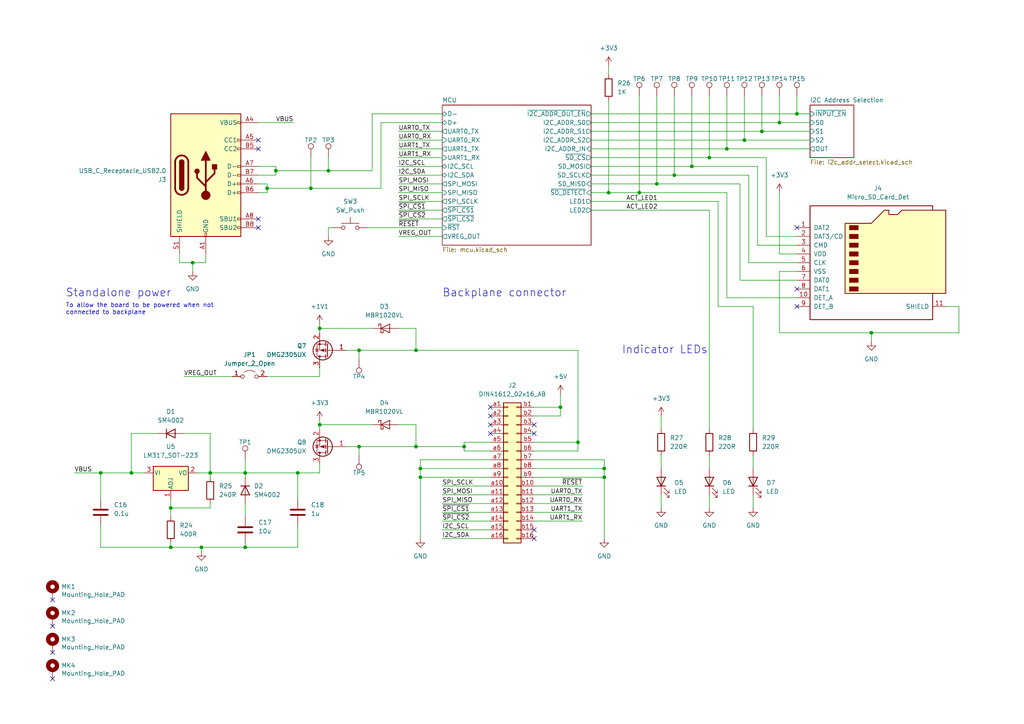
<source format=kicad_sch>
(kicad_sch (version 20211123) (generator eeschema)
  (paper "A4")
  (title_block (title "RP2040/Pico Main Control Board") (date "2022-11-20") (rev "0.2") (company "Sidings Media") (comment 1 "Licence: CERN-OHL-P-2.0 or any later version"))
  (lib_symbols
    (symbol "Connector:DIN41612_02x16_AB" (pin_names (offset 1.016) hide)
      (property "Reference" "J" (at 1.27 20.32 0))
      (property "Value" "DIN41612_02x16_AB" (at 1.27 -22.86 0))
      (symbol "DIN41612_02x16_AB_1_1"
        (rectangle (start -1.27 -20.193) (end 0 -20.447) (stroke (width 0.1524)))
        (rectangle (start -1.27 -17.653) (end 0 -17.907) (stroke (width 0.1524)))
        (rectangle (start -1.27 -15.113) (end 0 -15.367) (stroke (width 0.1524)))
        (rectangle (start -1.27 -12.573) (end 0 -12.827) (stroke (width 0.1524)))
        (rectangle (start -1.27 -10.033) (end 0 -10.287) (stroke (width 0.1524)))
        (rectangle (start -1.27 -7.493) (end 0 -7.747) (stroke (width 0.1524)))
        (rectangle (start -1.27 -4.953) (end 0 -5.207) (stroke (width 0.1524)))
        (rectangle (start -1.27 -2.413) (end 0 -2.667) (stroke (width 0.1524)))
        (rectangle (start -1.27 0.127) (end 0 -0.127) (stroke (width 0.1524)))
        (rectangle (start -1.27 2.667) (end 0 2.413) (stroke (width 0.1524)))
        (rectangle (start -1.27 5.207) (end 0 4.953) (stroke (width 0.1524)))
        (rectangle (start -1.27 7.747) (end 0 7.493) (stroke (width 0.1524)))
        (rectangle (start -1.27 10.287) (end 0 10.033) (stroke (width 0.1524)))
        (rectangle (start -1.27 12.827) (end 0 12.573) (stroke (width 0.1524)))
        (rectangle (start -1.27 15.367) (end 0 15.113) (stroke (width 0.1524)))
        (rectangle (start -1.27 17.907) (end 0 17.653) (stroke (width 0.1524)))
        (rectangle (start -1.27 19.05) (end 3.81 -21.59) (stroke (width 0.254)) (fill (type background)))
        (rectangle (start 3.81 -20.193) (end 2.54 -20.447) (stroke (width 0.1524)))
        (rectangle (start 3.81 -17.653) (end 2.54 -17.907) (stroke (width 0.1524)))
        (rectangle (start 3.81 -15.113) (end 2.54 -15.367) (stroke (width 0.1524)))
        (rectangle (start 3.81 -12.573) (end 2.54 -12.827) (stroke (width 0.1524)))
        (rectangle (start 3.81 -10.033) (end 2.54 -10.287) (stroke (width 0.1524)))
        (rectangle (start 3.81 -7.493) (end 2.54 -7.747) (stroke (width 0.1524)))
        (rectangle (start 3.81 -4.953) (end 2.54 -5.207) (stroke (width 0.1524)))
        (rectangle (start 3.81 -2.413) (end 2.54 -2.667) (stroke (width 0.1524)))
        (rectangle (start 3.81 0.127) (end 2.54 -0.127) (stroke (width 0.1524)))
        (rectangle (start 3.81 2.667) (end 2.54 2.413) (stroke (width 0.1524)))
        (rectangle (start 3.81 5.207) (end 2.54 4.953) (stroke (width 0.1524)))
        (rectangle (start 3.81 7.747) (end 2.54 7.493) (stroke (width 0.1524)))
        (rectangle (start 3.81 10.287) (end 2.54 10.033) (stroke (width 0.1524)))
        (rectangle (start 3.81 12.827) (end 2.54 12.573) (stroke (width 0.1524)))
        (rectangle (start 3.81 15.367) (end 2.54 15.113) (stroke (width 0.1524)))
        (rectangle (start 3.81 17.907) (end 2.54 17.653) (stroke (width 0.1524)))
        (pin passive line (at -5.08 17.78 0) (length 3.81) (name "Pin_a1") (number "a1"))
        (pin passive line (at -5.08 -5.08 0) (length 3.81) (name "Pin_a10") (number "a10"))
        (pin passive line (at -5.08 -7.62 0) (length 3.81) (name "Pin_a11") (number "a11"))
        (pin passive line (at -5.08 -10.16 0) (length 3.81) (name "Pin_a12") (number "a12"))
        (pin passive line (at -5.08 -12.7 0) (length 3.81) (name "Pin_a13") (number "a13"))
        (pin passive line (at -5.08 -15.24 0) (length 3.81) (name "Pin_a14") (number "a14"))
        (pin passive line (at -5.08 -17.78 0) (length 3.81) (name "Pin_a15") (number "a15"))
        (pin passive line (at -5.08 -20.32 0) (length 3.81) (name "Pin_a16") (number "a16"))
        (pin passive line (at -5.08 15.24 0) (length 3.81) (name "Pin_a2") (number "a2"))
        (pin passive line (at -5.08 12.7 0) (length 3.81) (name "Pin_a3") (number "a3"))
        (pin passive line (at -5.08 10.16 0) (length 3.81) (name "Pin_a4") (number "a4"))
        (pin passive line (at -5.08 7.62 0) (length 3.81) (name "Pin_a5") (number "a5"))
        (pin passive line (at -5.08 5.08 0) (length 3.81) (name "Pin_a6") (number "a6"))
        (pin passive line (at -5.08 2.54 0) (length 3.81) (name "Pin_a7") (number "a7"))
        (pin passive line (at -5.08 0 0) (length 3.81) (name "Pin_a8") (number "a8"))
        (pin passive line (at -5.08 -2.54 0) (length 3.81) (name "Pin_a9") (number "a9"))
        (pin passive line (at 7.62 17.78 180) (length 3.81) (name "Pin_b1") (number "b1"))
        (pin passive line (at 7.62 -5.08 180) (length 3.81) (name "Pin_b10") (number "b10"))
        (pin passive line (at 7.62 -7.62 180) (length 3.81) (name "Pin_b11") (number "b11"))
        (pin passive line (at 7.62 -10.16 180) (length 3.81) (name "Pin_b12") (number "b12"))
        (pin passive line (at 7.62 -12.7 180) (length 3.81) (name "Pin_b13") (number "b13"))
        (pin passive line (at 7.62 -15.24 180) (length 3.81) (name "Pin_b14") (number "b14"))
        (pin passive line (at 7.62 -17.78 180) (length 3.81) (name "Pin_b15") (number "b15"))
        (pin passive line (at 7.62 -20.32 180) (length 3.81) (name "Pin_b16") (number "b16"))
        (pin passive line (at 7.62 15.24 180) (length 3.81) (name "Pin_b2") (number "b2"))
        (pin passive line (at 7.62 12.7 180) (length 3.81) (name "Pin_b3") (number "b3"))
        (pin passive line (at 7.62 10.16 180) (length 3.81) (name "Pin_b4") (number "b4"))
        (pin passive line (at 7.62 7.62 180) (length 3.81) (name "Pin_b5") (number "b5"))
        (pin passive line (at 7.62 5.08 180) (length 3.81) (name "Pin_b6") (number "b6"))
        (pin passive line (at 7.62 2.54 180) (length 3.81) (name "Pin_b7") (number "b7"))
        (pin passive line (at 7.62 0 180) (length 3.81) (name "Pin_b8") (number "b8"))
        (pin passive line (at 7.62 -2.54 180) (length 3.81) (name "Pin_b9") (number "b9"))
      )
    )
    (symbol "Connector:Micro_SD_Card_Det" (pin_names (offset 1.016))
      (property "Reference" "J" (at -16.51 17.78 0))
      (property "Value" "Micro_SD_Card_Det" (at 16.51 17.78 0))
      (symbol "Micro_SD_Card_Det_0_1"
        (rectangle (start -7.62 -6.985) (end -5.08 -8.255) (fill (type outline)))
        (rectangle (start -7.62 -4.445) (end -5.08 -5.715) (fill (type outline)))
        (rectangle (start -7.62 -1.905) (end -5.08 -3.175) (fill (type outline)))
        (rectangle (start -7.62 0.635) (end -5.08 -0.635) (fill (type outline)))
        (rectangle (start -7.62 3.175) (end -5.08 1.905) (fill (type outline)))
        (rectangle (start -7.62 5.715) (end -5.08 4.445) (fill (type outline)))
        (rectangle (start -7.62 8.255) (end -5.08 6.985) (fill (type outline)))
        (rectangle (start -7.62 10.795) (end -5.08 9.525) (fill (type outline)))
        (polyline (pts (xy 16.51 15.24) (xy 16.51 16.51) (xy -19.05 16.51) (xy -19.05 -16.51) (xy 16.51 -16.51) (xy 16.51 -8.89)) (stroke (width 0.254)))
        (polyline (pts (xy -8.89 -8.89) (xy -8.89 11.43) (xy -1.27 11.43) (xy 2.54 15.24) (xy 3.81 15.24) (xy 3.81 13.97) (xy 6.35 13.97) (xy 7.62 15.24) (xy 20.32 15.24) (xy 20.32 -8.89) (xy -8.89 -8.89)) (stroke (width 0.254)) (fill (type background)))
      )
      (symbol "Micro_SD_Card_Det_1_1"
        (pin bidirectional line (at -22.86 10.16 0) (length 3.81) (name "DAT2") (number "1"))
        (pin passive line (at -22.86 -10.16 0) (length 3.81) (name "DET_A") (number "10"))
        (pin passive line (at 20.32 -12.7 180) (length 3.81) (name "SHIELD") (number "11"))
        (pin bidirectional line (at -22.86 7.62 0) (length 3.81) (name "DAT3/CD") (number "2"))
        (pin input line (at -22.86 5.08 0) (length 3.81) (name "CMD") (number "3"))
        (pin power_in line (at -22.86 2.54 0) (length 3.81) (name "VDD") (number "4"))
        (pin input line (at -22.86 0 0) (length 3.81) (name "CLK") (number "5"))
        (pin power_in line (at -22.86 -2.54 0) (length 3.81) (name "VSS") (number "6"))
        (pin bidirectional line (at -22.86 -5.08 0) (length 3.81) (name "DAT0") (number "7"))
        (pin bidirectional line (at -22.86 -7.62 0) (length 3.81) (name "DAT1") (number "8"))
        (pin passive line (at -22.86 -12.7 0) (length 3.81) (name "DET_B") (number "9"))
      )
    )
    (symbol "Connector:TestPoint" (pin_numbers hide) (pin_names (offset 0.762) hide)
      (property "Reference" "TP" (at 0 6.858 0))
      (property "Value" "TestPoint" (at 0 5.08 0))
      (symbol "TestPoint_0_1"
        (circle (center 0 3.302) (radius 0.762))
      )
      (symbol "TestPoint_1_1"
        (pin passive line (at 0 0 90) (length 2.54) (name "1") (number "1"))
      )
    )
    (symbol "Connector:USB_C_Receptacle_USB2.0" (pin_names (offset 1.016))
      (property "Reference" "J" (at -10.16 19.05 0))
      (property "Value" "USB_C_Receptacle_USB2.0" (at 19.05 19.05 0))
      (symbol "USB_C_Receptacle_USB2.0_0_0"
        (rectangle (start -0.254 -17.78) (end 0.254 -16.764))
        (rectangle (start 10.16 -14.986) (end 9.144 -15.494))
        (rectangle (start 10.16 -12.446) (end 9.144 -12.954))
        (rectangle (start 10.16 -4.826) (end 9.144 -5.334))
        (rectangle (start 10.16 -2.286) (end 9.144 -2.794))
        (rectangle (start 10.16 0.254) (end 9.144 -0.254))
        (rectangle (start 10.16 2.794) (end 9.144 2.286))
        (rectangle (start 10.16 7.874) (end 9.144 7.366))
        (rectangle (start 10.16 10.414) (end 9.144 9.906))
        (rectangle (start 10.16 15.494) (end 9.144 14.986))
      )
      (symbol "USB_C_Receptacle_USB2.0_0_1"
        (rectangle (start -10.16 17.78) (end 10.16 -17.78) (stroke (width 0.254)) (fill (type background)))
        (arc (start -8.89 -3.81) (mid -6.985 -5.715) (end -5.08 -3.81) (stroke (width 0.508)))
        (arc (start -7.62 -3.81) (mid -6.985 -4.445) (end -6.35 -3.81) (stroke (width 0.254)))
        (arc (start -7.62 -3.81) (mid -6.985 -4.445) (end -6.35 -3.81) (stroke (width 0.254)) (fill (type outline)))
        (rectangle (start -7.62 -3.81) (end -6.35 3.81) (stroke (width 0.254)) (fill (type outline)))
        (arc (start -6.35 3.81) (mid -6.985 4.445) (end -7.62 3.81) (stroke (width 0.254)))
        (arc (start -6.35 3.81) (mid -6.985 4.445) (end -7.62 3.81) (stroke (width 0.254)) (fill (type outline)))
        (arc (start -5.08 3.81) (mid -6.985 5.715) (end -8.89 3.81) (stroke (width 0.508)))
        (circle (center -2.54 1.143) (radius 0.635) (stroke (width 0.254)) (fill (type outline)))
        (circle (center 0 -5.842) (radius 1.27) (fill (type outline)))
        (polyline (pts (xy -8.89 -3.81) (xy -8.89 3.81)) (stroke (width 0.508)))
        (polyline (pts (xy -5.08 3.81) (xy -5.08 -3.81)) (stroke (width 0.508)))
        (polyline (pts (xy 0 -5.842) (xy 0 4.318)) (stroke (width 0.508)))
        (polyline (pts (xy 0 -3.302) (xy -2.54 -0.762) (xy -2.54 0.508)) (stroke (width 0.508)))
        (polyline (pts (xy 0 -2.032) (xy 2.54 0.508) (xy 2.54 1.778)) (stroke (width 0.508)))
        (polyline (pts (xy -1.27 4.318) (xy 0 6.858) (xy 1.27 4.318) (xy -1.27 4.318)) (stroke (width 0.254)) (fill (type outline)))
        (rectangle (start 1.905 1.778) (end 3.175 3.048) (stroke (width 0.254)) (fill (type outline)))
      )
      (symbol "USB_C_Receptacle_USB2.0_1_1"
        (pin passive line (at 0 -22.86 90) (length 5.08) (name "GND") (number "A1"))
        (pin passive line (at 0 -22.86 90) (length 5.08) hide (name "GND") (number "A12"))
        (pin passive line (at 15.24 15.24 180) (length 5.08) (name "VBUS") (number "A4"))
        (pin bidirectional line (at 15.24 10.16 180) (length 5.08) (name "CC1") (number "A5"))
        (pin bidirectional line (at 15.24 -2.54 180) (length 5.08) (name "D+") (number "A6"))
        (pin bidirectional line (at 15.24 2.54 180) (length 5.08) (name "D-") (number "A7"))
        (pin bidirectional line (at 15.24 -12.7 180) (length 5.08) (name "SBU1") (number "A8"))
        (pin passive line (at 15.24 15.24 180) (length 5.08) hide (name "VBUS") (number "A9"))
        (pin passive line (at 0 -22.86 90) (length 5.08) hide (name "GND") (number "B1"))
        (pin passive line (at 0 -22.86 90) (length 5.08) hide (name "GND") (number "B12"))
        (pin passive line (at 15.24 15.24 180) (length 5.08) hide (name "VBUS") (number "B4"))
        (pin bidirectional line (at 15.24 7.62 180) (length 5.08) (name "CC2") (number "B5"))
        (pin bidirectional line (at 15.24 -5.08 180) (length 5.08) (name "D+") (number "B6"))
        (pin bidirectional line (at 15.24 0 180) (length 5.08) (name "D-") (number "B7"))
        (pin bidirectional line (at 15.24 -15.24 180) (length 5.08) (name "SBU2") (number "B8"))
        (pin passive line (at 15.24 15.24 180) (length 5.08) hide (name "VBUS") (number "B9"))
        (pin passive line (at -7.62 -22.86 90) (length 5.08) (name "SHIELD") (number "S1"))
      )
    )
    (symbol "Device:C" (pin_numbers hide) (pin_names (offset 0.254))
      (property "Reference" "C" (at 0.635 2.54 0))
      (property "Value" "C" (at 0.635 -2.54 0))
      (symbol "C_0_1"
        (polyline (pts (xy -2.032 -0.762) (xy 2.032 -0.762)) (stroke (width 0.508)))
        (polyline (pts (xy -2.032 0.762) (xy 2.032 0.762)) (stroke (width 0.508)))
      )
      (symbol "C_1_1"
        (pin passive line (at 0 3.81 270) (length 2.794) (name "~") (number "1"))
        (pin passive line (at 0 -3.81 90) (length 2.794) (name "~") (number "2"))
      )
    )
    (symbol "Device:LED" (pin_numbers hide) (pin_names (offset 1.016) hide)
      (property "Reference" "D" (at 0 2.54 0))
      (property "Value" "LED" (at 0 -2.54 0))
      (symbol "LED_0_1"
        (polyline (pts (xy -1.27 -1.27) (xy -1.27 1.27)) (stroke (width 0.254)))
        (polyline (pts (xy -1.27 0) (xy 1.27 0)))
        (polyline (pts (xy 1.27 -1.27) (xy 1.27 1.27) (xy -1.27 0) (xy 1.27 -1.27)) (stroke (width 0.254)))
        (polyline (pts (xy -3.048 -0.762) (xy -4.572 -2.286) (xy -3.81 -2.286) (xy -4.572 -2.286) (xy -4.572 -1.524)))
        (polyline (pts (xy -1.778 -0.762) (xy -3.302 -2.286) (xy -2.54 -2.286) (xy -3.302 -2.286) (xy -3.302 -1.524)))
      )
      (symbol "LED_1_1"
        (pin passive line (at -3.81 0 0) (length 2.54) (name "K") (number "1"))
        (pin passive line (at 3.81 0 180) (length 2.54) (name "A") (number "2"))
      )
    )
    (symbol "Device:R" (pin_numbers hide) (pin_names (offset 0))
      (property "Reference" "R" (at 2.032 0 90))
      (property "Value" "R" (at 0 0 90))
      (symbol "R_0_1"
        (rectangle (start -1.016 -2.54) (end 1.016 2.54) (stroke (width 0.254)))
      )
      (symbol "R_1_1"
        (pin passive line (at 0 3.81 270) (length 1.27) (name "~") (number "1"))
        (pin passive line (at 0 -3.81 90) (length 1.27) (name "~") (number "2"))
      )
    )
    (symbol "Diode:MBR1020VL" (pin_numbers hide) (pin_names hide)
      (property "Reference" "D" (at 0 2.54 0))
      (property "Value" "MBR1020VL" (at 0 -2.54 0))
      (symbol "MBR1020VL_0_1"
        (polyline (pts (xy 1.27 0) (xy -1.27 0)))
        (polyline (pts (xy 1.27 1.27) (xy 1.27 -1.27) (xy -1.27 0) (xy 1.27 1.27)) (stroke (width 0.2032)))
        (polyline (pts (xy -1.905 0.635) (xy -1.905 1.27) (xy -1.27 1.27) (xy -1.27 -1.27) (xy -0.635 -1.27) (xy -0.635 -0.635)) (stroke (width 0.2032)))
      )
      (symbol "MBR1020VL_1_1"
        (pin passive line (at -3.81 0 0) (length 2.54) (name "K") (number "1"))
        (pin passive line (at 3.81 0 180) (length 2.54) (name "A") (number "2"))
      )
    )
    (symbol "Diode:SM4002" (pin_numbers hide) (pin_names (offset 1.016) hide)
      (property "Reference" "D" (at 0 2.54 0))
      (property "Value" "SM4002" (at 0 -2.54 0))
      (symbol "SM4002_0_1"
        (polyline (pts (xy -1.27 1.27) (xy -1.27 -1.27)) (stroke (width 0.254)))
        (polyline (pts (xy 1.27 0) (xy -1.27 0)))
        (polyline (pts (xy 1.27 1.27) (xy 1.27 -1.27) (xy -1.27 0) (xy 1.27 1.27)) (stroke (width 0.254)))
      )
      (symbol "SM4002_1_1"
        (pin passive line (at -3.81 0 0) (length 2.54) (name "K") (number "1"))
        (pin passive line (at 3.81 0 180) (length 2.54) (name "A") (number "2"))
      )
    )
    (symbol "EuroCard160mmX100mm_holes:Mounting_Hole_PAD-Mechanical" (pin_numbers hide) (pin_names (offset 1.016) hide)
      (property "Reference" "MK" (at 0 6.35 0))
      (property "Value" "Mounting_Hole_PAD-Mechanical" (at 0 4.445 0))
      (symbol "Mounting_Hole_PAD-Mechanical_0_1"
        (circle (center 0 1.27) (radius 1.27) (stroke (width 1.27)))
      )
      (symbol "Mounting_Hole_PAD-Mechanical_1_1"
        (pin input line (at 0 -2.54 90) (length 2.54) (name "1") (number "1"))
      )
    )
    (symbol "Jumper:Jumper_2_Open" (pin_names (offset 0) hide)
      (property "Reference" "JP" (at 0 2.794 0))
      (property "Value" "Jumper_2_Open" (at 0 -2.286 0))
      (symbol "Jumper_2_Open_0_0"
        (circle (center -2.032 0) (radius 0.508))
        (circle (center 2.032 0) (radius 0.508))
      )
      (symbol "Jumper_2_Open_0_1"
        (arc (start 1.524 1.27) (mid 0 1.778) (end -1.524 1.27))
      )
      (symbol "Jumper_2_Open_1_1"
        (pin passive line (at -5.08 0 0) (length 2.54) (name "A") (number "1"))
        (pin passive line (at 5.08 0 180) (length 2.54) (name "B") (number "2"))
      )
    )
    (symbol "Regulator_Linear:LM317_SOT-223" (pin_names (offset 0.254))
      (property "Reference" "U" (at -3.81 3.175 0))
      (property "Value" "LM317_SOT-223" (at 0 3.175 0))
      (symbol "LM317_SOT-223_0_1"
        (rectangle (start -5.08 1.905) (end 5.08 -5.08) (stroke (width 0.254)) (fill (type background)))
      )
      (symbol "LM317_SOT-223_1_1"
        (pin input line (at 0 -7.62 90) (length 2.54) (name "ADJ") (number "1"))
        (pin power_out line (at 7.62 0 180) (length 2.54) (name "VO") (number "2"))
        (pin power_in line (at -7.62 0 0) (length 2.54) (name "VI") (number "3"))
      )
    )
    (symbol "Switch:SW_Push" (pin_numbers hide) (pin_names (offset 1.016) hide)
      (property "Reference" "SW" (at 1.27 2.54 0))
      (property "Value" "SW_Push" (at 0 -1.524 0))
      (symbol "SW_Push_0_1"
        (circle (center -2.032 0) (radius 0.508))
        (polyline (pts (xy 0 1.27) (xy 0 3.048)))
        (polyline (pts (xy 2.54 1.27) (xy -2.54 1.27)))
        (circle (center 2.032 0) (radius 0.508))
        (pin passive line (at -5.08 0 0) (length 2.54) (name "1") (number "1"))
        (pin passive line (at 5.08 0 180) (length 2.54) (name "2") (number "2"))
      )
    )
    (symbol "Transistor_FET:DMG2301L" (pin_names hide)
      (property "Reference" "Q" (at 5.08 1.905 0))
      (property "Value" "DMG2301L" (at 5.08 0 0))
      (symbol "DMG2301L_0_1"
        (polyline (pts (xy 0.254 0) (xy -2.54 0)))
        (polyline (pts (xy 0.254 1.905) (xy 0.254 -1.905)) (stroke (width 0.254)))
        (polyline (pts (xy 0.762 -1.27) (xy 0.762 -2.286)) (stroke (width 0.254)))
        (polyline (pts (xy 0.762 0.508) (xy 0.762 -0.508)) (stroke (width 0.254)))
        (polyline (pts (xy 0.762 2.286) (xy 0.762 1.27)) (stroke (width 0.254)))
        (polyline (pts (xy 2.54 2.54) (xy 2.54 1.778)))
        (polyline (pts (xy 2.54 -2.54) (xy 2.54 0) (xy 0.762 0)))
        (polyline (pts (xy 0.762 1.778) (xy 3.302 1.778) (xy 3.302 -1.778) (xy 0.762 -1.778)))
        (polyline (pts (xy 2.286 0) (xy 1.27 0.381) (xy 1.27 -0.381) (xy 2.286 0)) (fill (type outline)))
        (polyline (pts (xy 2.794 -0.508) (xy 2.921 -0.381) (xy 3.683 -0.381) (xy 3.81 -0.254)))
        (polyline (pts (xy 3.302 -0.381) (xy 2.921 0.254) (xy 3.683 0.254) (xy 3.302 -0.381)))
        (circle (center 1.651 0) (radius 2.794) (stroke (width 0.254)))
        (circle (center 2.54 -1.778) (radius 0.254) (fill (type outline)))
        (circle (center 2.54 1.778) (radius 0.254) (fill (type outline)))
      )
      (symbol "DMG2301L_1_1"
        (pin input line (at -5.08 0 0) (length 2.54) (name "G") (number "1"))
        (pin passive line (at 2.54 -5.08 90) (length 2.54) (name "S") (number "2"))
        (pin passive line (at 2.54 5.08 270) (length 2.54) (name "D") (number "3"))
      )
    )
    (symbol "power:+1V1" (power) (pin_names (offset 0))
      (property "Value" "+1V1" (at 0 3.556 0))
      (symbol "+1V1_0_1"
        (polyline (pts (xy -0.762 1.27) (xy 0 2.54)))
        (polyline (pts (xy 0 0) (xy 0 2.54)))
        (polyline (pts (xy 0 2.54) (xy 0.762 1.27)))
      )
      (symbol "+1V1_1_1"
        (pin power_in line (at 0 0 90) (length 0) hide (name "+1V1") (number "1"))
      )
    )
    (symbol "power:+3V3" (power) (pin_names (offset 0))
      (property "Value" "+3V3" (at 0 3.556 0))
      (symbol "+3V3_0_1"
        (polyline (pts (xy -0.762 1.27) (xy 0 2.54)))
        (polyline (pts (xy 0 0) (xy 0 2.54)))
        (polyline (pts (xy 0 2.54) (xy 0.762 1.27)))
      )
      (symbol "+3V3_1_1"
        (pin power_in line (at 0 0 90) (length 0) hide (name "+3V3") (number "1"))
      )
    )
    (symbol "power:+5V" (power) (pin_names (offset 0))
      (property "Value" "+5V" (at 0 3.556 0))
      (symbol "+5V_0_1"
        (polyline (pts (xy -0.762 1.27) (xy 0 2.54)))
        (polyline (pts (xy 0 0) (xy 0 2.54)))
        (polyline (pts (xy 0 2.54) (xy 0.762 1.27)))
      )
      (symbol "+5V_1_1"
        (pin power_in line (at 0 0 90) (length 0) hide (name "+5V") (number "1"))
      )
    )
    (symbol "power:GND" (power) (pin_names (offset 0))
      (property "Value" "GND" (at 0 -3.81 0))
      (symbol "GND_0_1"
        (polyline (pts (xy 0 0) (xy 0 -1.27) (xy 1.27 -1.27) (xy 0 -2.54) (xy -1.27 -1.27) (xy 0 -1.27)))
      )
      (symbol "GND_1_1"
        (pin power_in line (at 0 0 270) (length 0) hide (name "GND") (number "1"))
      )
    )
  )
  (junction (at 252.73 96.52))
  (junction (at 77.47 54.61))
  (junction (at 205.74 45.72))
  (junction (at 55.88 76.2))
  (junction (at 49.53 158.75))
  (junction (at 92.71 95.25))
  (junction (at 71.12 137.16))
  (junction (at 86.36 137.16))
  (junction (at 90.17 54.61))
  (junction (at 200.66 48.26))
  (junction (at 231.14 33.02))
  (junction (at 92.71 123.19))
  (junction (at 190.5 53.34))
  (junction (at 49.53 147.32))
  (junction (at 226.06 35.56))
  (junction (at 195.58 50.8))
  (junction (at 38.1 137.16))
  (junction (at 29.21 137.16))
  (junction (at 215.9 40.64))
  (junction (at 220.98 38.1))
  (junction (at 121.92 135.89))
  (junction (at 121.92 138.43))
  (junction (at 104.14 129.54))
  (junction (at 120.65 101.6))
  (junction (at 185.42 55.88))
  (junction (at 80.01 49.53))
  (junction (at 162.56 118.11))
  (junction (at 60.96 137.16))
  (junction (at 175.26 135.89))
  (junction (at 176.53 55.88))
  (junction (at 120.65 129.54))
  (junction (at 134.62 129.54))
  (junction (at 167.64 128.27))
  (junction (at 210.82 43.18))
  (junction (at 71.12 158.75))
  (junction (at 175.26 138.43))
  (junction (at 104.14 101.6))
  (junction (at 95.25 49.53))
  (junction (at 58.42 158.75))
  (no_connect (at 231.14 66.04))
  (no_connect (at 231.14 83.82))
  (no_connect (at 15.24 196.85))
  (no_connect (at 15.24 181.61))
  (no_connect (at 142.24 125.73))
  (no_connect (at 142.24 118.11))
  (no_connect (at 142.24 123.19))
  (no_connect (at 154.94 125.73))
  (no_connect (at 142.24 120.65))
  (no_connect (at 154.94 123.19))
  (no_connect (at 74.93 40.64))
  (no_connect (at 74.93 66.04))
  (no_connect (at 15.24 189.23))
  (no_connect (at 154.94 153.67))
  (no_connect (at 154.94 156.21))
  (no_connect (at 74.93 63.5))
  (no_connect (at 74.93 43.18))
  (no_connect (at 231.14 88.9))
  (no_connect (at 15.24 173.99))
  (wire (pts (xy 49.53 147.32) (xy 49.53 149.86)))
  (wire (pts (xy 205.74 143.51) (xy 205.74 147.32)))
  (wire (pts (xy 110.49 35.56) (xy 128.27 35.56)))
  (wire (pts (xy 231.14 71.12) (xy 219.71 71.12)))
  (wire (pts (xy 121.92 135.89) (xy 142.24 135.89)))
  (wire (pts (xy 231.14 76.2) (xy 217.17 76.2)))
  (wire (pts (xy 128.27 143.51) (xy 142.24 143.51)))
  (wire (pts (xy 115.57 58.42) (xy 128.27 58.42)))
  (wire (pts (xy 208.28 58.42) (xy 208.28 88.9)))
  (wire (pts (xy 205.74 132.08) (xy 205.74 135.89)))
  (wire (pts (xy 115.57 123.19) (xy 120.65 123.19)))
  (wire (pts (xy 176.53 55.88) (xy 185.42 55.88)))
  (wire (pts (xy 128.27 151.13) (xy 142.24 151.13)))
  (wire (pts (xy 154.94 130.81) (xy 167.64 130.81)))
  (wire (pts (xy 142.24 130.81) (xy 134.62 130.81)))
  (wire (pts (xy 85.09 35.56) (xy 74.93 35.56)))
  (wire (pts (xy 215.9 27.94) (xy 215.9 40.64)))
  (wire (pts (xy 205.74 45.72) (xy 171.45 45.72)))
  (wire (pts (xy 128.27 153.67) (xy 142.24 153.67)))
  (wire (pts (xy 162.56 114.3) (xy 162.56 118.11)))
  (wire (pts (xy 176.53 55.88) (xy 171.45 55.88)))
  (wire (pts (xy 104.14 129.54) (xy 120.65 129.54)))
  (wire (pts (xy 74.93 50.8) (xy 80.01 50.8)))
  (wire (pts (xy 121.92 135.89) (xy 121.92 133.35)))
  (wire (pts (xy 106.68 66.04) (xy 128.27 66.04)))
  (wire (pts (xy 90.17 45.72) (xy 90.17 54.61)))
  (wire (pts (xy 77.47 53.34) (xy 77.47 54.61)))
  (wire (pts (xy 74.93 48.26) (xy 80.01 48.26)))
  (wire (pts (xy 120.65 101.6) (xy 167.64 101.6)))
  (wire (pts (xy 219.71 71.12) (xy 219.71 48.26)))
  (wire (pts (xy 49.53 157.48) (xy 49.53 158.75)))
  (wire (pts (xy 175.26 138.43) (xy 175.26 156.21)))
  (wire (pts (xy 115.57 63.5) (xy 128.27 63.5)))
  (wire (pts (xy 92.71 137.16) (xy 86.36 137.16)))
  (wire (pts (xy 71.12 137.16) (xy 60.96 137.16)))
  (wire (pts (xy 274.32 88.9) (xy 278.13 88.9)))
  (wire (pts (xy 226.06 35.56) (xy 234.95 35.56)))
  (wire (pts (xy 86.36 152.4) (xy 86.36 158.75)))
  (wire (pts (xy 115.57 55.88) (xy 128.27 55.88)))
  (wire (pts (xy 38.1 137.16) (xy 41.91 137.16)))
  (wire (pts (xy 121.92 138.43) (xy 142.24 138.43)))
  (wire (pts (xy 92.71 93.98) (xy 92.71 95.25)))
  (wire (pts (xy 104.14 101.6) (xy 120.65 101.6)))
  (wire (pts (xy 115.57 38.1) (xy 128.27 38.1)))
  (wire (pts (xy 217.17 76.2) (xy 217.17 50.8)))
  (wire (pts (xy 77.47 54.61) (xy 90.17 54.61)))
  (wire (pts (xy 107.95 33.02) (xy 107.95 49.53)))
  (wire (pts (xy 115.57 50.8) (xy 128.27 50.8)))
  (wire (pts (xy 191.77 120.65) (xy 191.77 124.46)))
  (wire (pts (xy 71.12 146.05) (xy 71.12 149.86)))
  (wire (pts (xy 200.66 48.26) (xy 171.45 48.26)))
  (wire (pts (xy 115.57 48.26) (xy 128.27 48.26)))
  (wire (pts (xy 185.42 55.88) (xy 210.82 55.88)))
  (wire (pts (xy 226.06 55.88) (xy 226.06 73.66)))
  (wire (pts (xy 185.42 27.94) (xy 185.42 55.88)))
  (wire (pts (xy 205.74 27.94) (xy 205.74 45.72)))
  (wire (pts (xy 115.57 43.18) (xy 128.27 43.18)))
  (wire (pts (xy 60.96 146.05) (xy 60.96 147.32)))
  (wire (pts (xy 92.71 109.22) (xy 92.71 106.68)))
  (wire (pts (xy 154.94 120.65) (xy 162.56 120.65)))
  (wire (pts (xy 115.57 45.72) (xy 128.27 45.72)))
  (wire (pts (xy 110.49 35.56) (xy 110.49 54.61)))
  (wire (pts (xy 176.53 19.05) (xy 176.53 21.59)))
  (wire (pts (xy 222.25 45.72) (xy 205.74 45.72)))
  (wire (pts (xy 226.06 27.94) (xy 226.06 35.56)))
  (wire (pts (xy 60.96 125.73) (xy 60.96 137.16)))
  (wire (pts (xy 53.34 125.73) (xy 60.96 125.73)))
  (wire (pts (xy 210.82 86.36) (xy 210.82 55.88)))
  (wire (pts (xy 80.01 49.53) (xy 95.25 49.53)))
  (wire (pts (xy 231.14 86.36) (xy 210.82 86.36)))
  (wire (pts (xy 45.72 125.73) (xy 38.1 125.73)))
  (wire (pts (xy 208.28 88.9) (xy 218.44 88.9)))
  (wire (pts (xy 120.65 123.19) (xy 120.65 129.54)))
  (wire (pts (xy 231.14 68.58) (xy 222.25 68.58)))
  (wire (pts (xy 278.13 88.9) (xy 278.13 96.52)))
  (wire (pts (xy 176.53 29.21) (xy 176.53 55.88)))
  (wire (pts (xy 154.94 146.05) (xy 168.91 146.05)))
  (wire (pts (xy 60.96 137.16) (xy 57.15 137.16)))
  (wire (pts (xy 210.82 27.94) (xy 210.82 43.18)))
  (wire (pts (xy 171.45 60.96) (xy 205.74 60.96)))
  (wire (pts (xy 171.45 53.34) (xy 190.5 53.34)))
  (wire (pts (xy 226.06 78.74) (xy 226.06 96.52)))
  (wire (pts (xy 171.45 35.56) (xy 226.06 35.56)))
  (wire (pts (xy 121.92 138.43) (xy 121.92 135.89)))
  (wire (pts (xy 29.21 152.4) (xy 29.21 158.75)))
  (wire (pts (xy 77.47 55.88) (xy 74.93 55.88)))
  (wire (pts (xy 171.45 33.02) (xy 231.14 33.02)))
  (wire (pts (xy 92.71 123.19) (xy 92.71 121.92)))
  (wire (pts (xy 55.88 78.74) (xy 55.88 76.2)))
  (wire (pts (xy 231.14 81.28) (xy 214.63 81.28)))
  (wire (pts (xy 226.06 96.52) (xy 252.73 96.52)))
  (wire (pts (xy 128.27 140.97) (xy 142.24 140.97)))
  (wire (pts (xy 128.27 146.05) (xy 142.24 146.05)))
  (wire (pts (xy 120.65 129.54) (xy 134.62 129.54)))
  (wire (pts (xy 252.73 96.52) (xy 252.73 99.06)))
  (wire (pts (xy 195.58 27.94) (xy 195.58 50.8)))
  (wire (pts (xy 175.26 133.35) (xy 175.26 135.89)))
  (wire (pts (xy 58.42 160.02) (xy 58.42 158.75)))
  (wire (pts (xy 90.17 54.61) (xy 110.49 54.61)))
  (wire (pts (xy 86.36 158.75) (xy 71.12 158.75)))
  (wire (pts (xy 154.94 151.13) (xy 168.91 151.13)))
  (wire (pts (xy 154.94 133.35) (xy 175.26 133.35)))
  (wire (pts (xy 38.1 125.73) (xy 38.1 137.16)))
  (wire (pts (xy 205.74 60.96) (xy 205.74 124.46)))
  (wire (pts (xy 154.94 118.11) (xy 162.56 118.11)))
  (wire (pts (xy 115.57 40.64) (xy 128.27 40.64)))
  (wire (pts (xy 215.9 40.64) (xy 234.95 40.64)))
  (wire (pts (xy 95.25 68.58) (xy 95.25 66.04)))
  (wire (pts (xy 71.12 137.16) (xy 86.36 137.16)))
  (wire (pts (xy 218.44 132.08) (xy 218.44 135.89)))
  (wire (pts (xy 167.64 130.81) (xy 167.64 128.27)))
  (wire (pts (xy 154.94 148.59) (xy 168.91 148.59)))
  (wire (pts (xy 220.98 38.1) (xy 234.95 38.1)))
  (wire (pts (xy 95.25 49.53) (xy 107.95 49.53)))
  (wire (pts (xy 115.57 53.34) (xy 128.27 53.34)))
  (wire (pts (xy 167.64 128.27) (xy 167.64 101.6)))
  (wire (pts (xy 80.01 48.26) (xy 80.01 49.53)))
  (wire (pts (xy 80.01 49.53) (xy 80.01 50.8)))
  (wire (pts (xy 52.07 76.2) (xy 55.88 76.2)))
  (wire (pts (xy 29.21 137.16) (xy 38.1 137.16)))
  (wire (pts (xy 222.25 68.58) (xy 222.25 45.72)))
  (wire (pts (xy 71.12 133.35) (xy 71.12 137.16)))
  (wire (pts (xy 21.59 137.16) (xy 29.21 137.16)))
  (wire (pts (xy 49.53 147.32) (xy 60.96 147.32)))
  (wire (pts (xy 154.94 135.89) (xy 175.26 135.89)))
  (wire (pts (xy 49.53 158.75) (xy 58.42 158.75)))
  (wire (pts (xy 92.71 134.62) (xy 92.71 137.16)))
  (wire (pts (xy 191.77 132.08) (xy 191.77 135.89)))
  (wire (pts (xy 231.14 27.94) (xy 231.14 33.02)))
  (wire (pts (xy 29.21 158.75) (xy 49.53 158.75)))
  (wire (pts (xy 95.25 45.72) (xy 95.25 49.53)))
  (wire (pts (xy 219.71 48.26) (xy 200.66 48.26)))
  (wire (pts (xy 59.69 76.2) (xy 55.88 76.2)))
  (wire (pts (xy 171.45 43.18) (xy 210.82 43.18)))
  (wire (pts (xy 214.63 81.28) (xy 214.63 53.34)))
  (wire (pts (xy 58.42 158.75) (xy 71.12 158.75)))
  (wire (pts (xy 100.33 101.6) (xy 104.14 101.6)))
  (wire (pts (xy 121.92 156.21) (xy 121.92 138.43)))
  (wire (pts (xy 191.77 143.51) (xy 191.77 147.32)))
  (wire (pts (xy 115.57 60.96) (xy 128.27 60.96)))
  (wire (pts (xy 278.13 96.52) (xy 252.73 96.52)))
  (wire (pts (xy 226.06 73.66) (xy 231.14 73.66)))
  (wire (pts (xy 218.44 88.9) (xy 218.44 124.46)))
  (wire (pts (xy 171.45 38.1) (xy 220.98 38.1)))
  (wire (pts (xy 134.62 128.27) (xy 134.62 129.54)))
  (wire (pts (xy 128.27 148.59) (xy 142.24 148.59)))
  (wire (pts (xy 52.07 76.2) (xy 52.07 73.66)))
  (wire (pts (xy 86.36 144.78) (xy 86.36 137.16)))
  (wire (pts (xy 115.57 68.58) (xy 128.27 68.58)))
  (wire (pts (xy 162.56 120.65) (xy 162.56 118.11)))
  (wire (pts (xy 92.71 124.46) (xy 92.71 123.19)))
  (wire (pts (xy 128.27 156.21) (xy 142.24 156.21)))
  (wire (pts (xy 53.34 109.22) (xy 67.31 109.22)))
  (wire (pts (xy 154.94 138.43) (xy 175.26 138.43)))
  (wire (pts (xy 134.62 129.54) (xy 134.62 130.81)))
  (wire (pts (xy 92.71 123.19) (xy 107.95 123.19)))
  (wire (pts (xy 95.25 66.04) (xy 96.52 66.04)))
  (wire (pts (xy 195.58 50.8) (xy 171.45 50.8)))
  (wire (pts (xy 107.95 33.02) (xy 128.27 33.02)))
  (wire (pts (xy 29.21 144.78) (xy 29.21 137.16)))
  (wire (pts (xy 154.94 143.51) (xy 168.91 143.51)))
  (wire (pts (xy 154.94 128.27) (xy 167.64 128.27)))
  (wire (pts (xy 60.96 138.43) (xy 60.96 137.16)))
  (wire (pts (xy 115.57 95.25) (xy 120.65 95.25)))
  (wire (pts (xy 100.33 129.54) (xy 104.14 129.54)))
  (wire (pts (xy 59.69 73.66) (xy 59.69 76.2)))
  (wire (pts (xy 175.26 135.89) (xy 175.26 138.43)))
  (wire (pts (xy 142.24 128.27) (xy 134.62 128.27)))
  (wire (pts (xy 104.14 129.54) (xy 104.14 132.08)))
  (wire (pts (xy 104.14 101.6) (xy 104.14 104.14)))
  (wire (pts (xy 217.17 50.8) (xy 195.58 50.8)))
  (wire (pts (xy 49.53 144.78) (xy 49.53 147.32)))
  (wire (pts (xy 120.65 95.25) (xy 120.65 101.6)))
  (wire (pts (xy 220.98 27.94) (xy 220.98 38.1)))
  (wire (pts (xy 231.14 78.74) (xy 226.06 78.74)))
  (wire (pts (xy 121.92 133.35) (xy 142.24 133.35)))
  (wire (pts (xy 77.47 54.61) (xy 77.47 55.88)))
  (wire (pts (xy 200.66 27.94) (xy 200.66 48.26)))
  (wire (pts (xy 92.71 95.25) (xy 92.71 96.52)))
  (wire (pts (xy 71.12 158.75) (xy 71.12 157.48)))
  (wire (pts (xy 231.14 33.02) (xy 234.95 33.02)))
  (wire (pts (xy 71.12 138.43) (xy 71.12 137.16)))
  (wire (pts (xy 190.5 53.34) (xy 214.63 53.34)))
  (wire (pts (xy 171.45 58.42) (xy 208.28 58.42)))
  (wire (pts (xy 92.71 95.25) (xy 107.95 95.25)))
  (wire (pts (xy 190.5 27.94) (xy 190.5 53.34)))
  (wire (pts (xy 77.47 109.22) (xy 92.71 109.22)))
  (wire (pts (xy 154.94 140.97) (xy 168.91 140.97)))
  (wire (pts (xy 171.45 40.64) (xy 215.9 40.64)))
  (wire (pts (xy 74.93 53.34) (xy 77.47 53.34)))
  (wire (pts (xy 210.82 43.18) (xy 234.95 43.18)))
  (wire (pts (xy 218.44 143.51) (xy 218.44 147.32)))
  (text "To allow the board to be powered when not\nconnected to backplane" (at 19.05 91.44 0) (effects (font (size 1.27 1.27)) (justify left bottom)))
  (text "Backplane connector" (at 128.27 86.36 0) (effects (font (size 2.27 2.27)) (justify left bottom)))
  (text "Standalone power" (at 19.05 86.36 0) (effects (font (size 2.27 2.27)) (justify left bottom)))
  (text "Indicator LEDs" (at 180.34 102.87 0) (effects (font (size 2.27 2.27)) (justify left bottom)))
  (label "VREG_OUT" (at 53.34 109.22 0))
  (label "UART1_RX" (at 115.57 45.72 0))
  (label "VBUS" (at 21.59 137.16 0))
  (label "VBUS" (at 85.09 35.56 180))
  (label "I2C_SCL" (at 115.57 48.26 0))
  (label "~{SPI_CS1}" (at 128.27 148.59 0))
  (label "VREG_OUT" (at 115.57 68.58 0))
  (label "UART0_RX" (at 168.91 146.05 180))
  (label "~{SPI_CS2}" (at 128.27 151.13 0))
  (label "UART1_TX" (at 168.91 148.59 180))
  (label "UART1_RX" (at 168.91 151.13 180))
  (label "SPI_SCLK" (at 115.57 58.42 0))
  (label "SPI_MISO" (at 115.57 55.88 0))
  (label "ACT_LED1" (at 181.61 58.42 0))
  (label "I2C_SCL" (at 128.27 153.67 0))
  (label "I2C_SDA" (at 128.27 156.21 0))
  (label "SPI_MISO" (at 128.27 146.05 0))
  (label "I2C_SDA" (at 115.57 50.8 0))
  (label "SPI_SCLK" (at 128.27 140.97 0))
  (label "~{SPI_CS1}" (at 115.57 60.96 0))
  (label "UART1_TX" (at 115.57 43.18 0))
  (label "UART0_RX" (at 115.57 40.64 0))
  (label "ACT_LED2" (at 181.61 60.96 0))
  (label "SPI_MOSI" (at 115.57 53.34 0))
  (label "~{RESET}" (at 115.57 66.04 0))
  (label "~{RESET}" (at 168.91 140.97 180))
  (label "~{SPI_CS2}" (at 115.57 63.5 0))
  (label "UART0_TX" (at 168.91 143.51 180))
  (label "UART0_TX" (at 115.57 38.1 0))
  (label "SPI_MOSI" (at 128.27 143.51 0))
  (symbol (lib_id "EuroCard160mmX100mm_holes:Mounting_Hole_PAD-Mechanical") (at 15.24 171.45 0) (unit 1)
    (property "Reference" "MK1" (at 17.78 170.1546 0) (effects (justify left)))
    (property "Value" "Mounting_Hole_PAD" (at 17.78 172.466 0) (effects (justify left)))
    (property "Footprint" "Mounting_Holes:MountingHole_2.7mm" (effects hide))
  )
  (symbol (lib_id "EuroCard160mmX100mm_holes:Mounting_Hole_PAD-Mechanical") (at 15.24 179.07 0) (unit 1)
    (property "Reference" "MK2" (at 17.78 177.7746 0) (effects (justify left)))
    (property "Value" "Mounting_Hole_PAD" (at 17.78 180.086 0) (effects (justify left)))
    (property "Footprint" "Mounting_Holes:MountingHole_2.7mm" (effects hide))
  )
  (symbol (lib_id "EuroCard160mmX100mm_holes:Mounting_Hole_PAD-Mechanical") (at 15.24 186.69 0) (unit 1)
    (property "Reference" "MK3" (at 17.78 185.3946 0) (effects (justify left)))
    (property "Value" "Mounting_Hole_PAD" (at 17.78 187.706 0) (effects (justify left)))
    (property "Footprint" "Mounting_Holes:MountingHole_2.7mm" (effects hide))
  )
  (symbol (lib_id "EuroCard160mmX100mm_holes:Mounting_Hole_PAD-Mechanical") (at 15.24 194.31 0) (unit 1)
    (property "Reference" "MK4" (at 17.78 193.0146 0) (effects (justify left)))
    (property "Value" "Mounting_Hole_PAD" (at 17.78 195.326 0) (effects (justify left)))
    (property "Footprint" "Mounting_Holes:MountingHole_2.7mm" (effects hide))
  )
  (symbol (lib_id "power:GND") (at 58.42 160.02 0) (unit 1)
    (property "Reference" "#PWR037" (effects hide))
    (property "Value" "GND" (at 58.42 165.1 0))
  )
  (symbol (lib_id "Connector:TestPoint") (at 90.17 45.72 0) (unit 1)
    (property "Reference" "TP2" (at 90.17 40.64 0))
    (property "Value" "TestPoint" (effects hide))
    (property "Footprint" "TestPoint:TestPoint_Pad_D1.0mm" (effects hide))
  )
  (symbol (lib_id "Device:C") (at 71.12 153.67 0) (unit 1)
    (property "Reference" "C17" (at 74.93 151.5109 0) (effects (justify left)))
    (property "Value" "10u" (at 74.93 154.0509 0) (effects (justify left)))
    (property "Footprint" "Capacitor_SMD:C_0402_1005Metric_Pad0.74x0.62mm_HandSolder" (effects hide))
  )
  (symbol (lib_id "power:GND") (at 55.88 78.74 0) (unit 1)
    (property "Reference" "#PWR036" (effects hide))
    (property "Value" "GND" (at 55.88 83.82 0))
  )
  (symbol (lib_id "Regulator_Linear:LM317_SOT-223") (at 49.53 137.16 0) (unit 1)
    (property "Reference" "U5" (at 49.53 129.54 0))
    (property "Value" "LM317_SOT-223" (at 49.53 132.08 0))
    (property "Footprint" "Package_TO_SOT_SMD:SOT-223-3_TabPin2" (effects hide))
    (property "Datasheet" "http://www.ti.com/lit/ds/symlink/lm317.pdf" (effects hide))
  )
  (symbol (lib_id "Device:C") (at 29.21 148.59 0) (unit 1)
    (property "Reference" "C16" (at 33.02 146.4309 0) (effects (justify left)))
    (property "Value" "0.1u" (at 33.02 148.9709 0) (effects (justify left)))
    (property "Footprint" "Capacitor_SMD:C_0402_1005Metric_Pad0.74x0.62mm_HandSolder" (effects hide))
  )
  (symbol (lib_id "Switch:SW_Push") (at 101.6 66.04 0) (unit 1)
    (property "Reference" "SW3" (at 101.6 58.42 0))
    (property "Value" "SW_Push" (at 101.6 60.96 0))
    (property "Footprint" "Button_Switch_SMD:SW_SPST_B3U-1000P" (effects hide))
  )
  (symbol (lib_id "Connector:TestPoint") (at 200.66 27.94 0) (unit 1)
    (property "Reference" "TP9" (at 200.66 22.86 0))
    (property "Value" "TestPoint" (effects hide))
    (property "Footprint" "TestPoint:TestPoint_Pad_D1.0mm" (effects hide))
  )
  (symbol (lib_id "Connector:TestPoint") (at 190.5 27.94 0) (unit 1)
    (property "Reference" "TP7" (at 190.5 22.86 0))
    (property "Value" "TestPoint" (effects hide))
    (property "Footprint" "TestPoint:TestPoint_Pad_D1.0mm" (effects hide))
  )
  (symbol (lib_id "Transistor_FET:DMG2301L") (at 95.25 129.54 180) (unit 1)
    (property "Reference" "Q8" (at 88.9 128.2699 0) (effects (justify left)))
    (property "Value" "DMG2305UX" (at 88.9 130.8099 0) (effects (justify left)))
    (property "Footprint" "Package_TO_SOT_SMD:SOT-23" (effects hide))
    (property "Datasheet" "https://www.diodes.com/assets/Datasheets/DMG2305UX.pdf" (effects hide))
  )
  (symbol (lib_id "Device:R") (at 49.53 153.67 0) (unit 1)
    (property "Reference" "R24" (at 52.07 152.3999 0) (effects (justify left)))
    (property "Value" "400R" (at 52.07 154.9399 0) (effects (justify left)))
    (property "Footprint" "Resistor_SMD:R_0402_1005Metric_Pad0.72x0.64mm_HandSolder" (effects hide))
  )
  (symbol (lib_id "Device:R") (at 191.77 128.27 0) (unit 1)
    (property "Reference" "R27" (at 194.31 126.9999 0) (effects (justify left)))
    (property "Value" "220R" (at 194.31 129.5399 0) (effects (justify left)))
    (property "Footprint" "Resistor_SMD:R_0402_1005Metric_Pad0.72x0.64mm_HandSolder" (effects hide))
  )
  (symbol (lib_id "Connector:TestPoint") (at 195.58 27.94 0) (unit 1)
    (property "Reference" "TP8" (at 195.58 22.86 0))
    (property "Value" "TestPoint" (effects hide))
    (property "Footprint" "TestPoint:TestPoint_Pad_D1.0mm" (effects hide))
  )
  (symbol (lib_id "power:GND") (at 175.26 156.21 0) (unit 1)
    (property "Reference" "#PWR026" (effects hide))
    (property "Value" "GND" (at 175.26 161.29 0))
  )
  (symbol (lib_id "Connector:TestPoint") (at 220.98 27.94 0) (unit 1)
    (property "Reference" "TP13" (at 220.98 22.86 0))
    (property "Value" "TestPoint" (effects hide))
    (property "Footprint" "TestPoint:TestPoint_Pad_D1.0mm" (effects hide))
  )
  (symbol (lib_id "Connector:TestPoint") (at 95.25 45.72 0) (unit 1)
    (property "Reference" "TP3" (at 95.25 40.64 0))
    (property "Value" "TestPoint" (effects hide))
    (property "Footprint" "TestPoint:TestPoint_Pad_D1.0mm" (effects hide))
  )
  (symbol (lib_id "power:+5V") (at 162.56 114.3 0) (unit 1)
    (property "Reference" "#PWR025" (effects hide))
    (property "Value" "+5V" (at 162.56 109.22 0))
  )
  (symbol (lib_id "Device:C") (at 86.36 148.59 0) (unit 1)
    (property "Reference" "C18" (at 90.17 146.4309 0) (effects (justify left)))
    (property "Value" "1u" (at 90.17 148.9709 0) (effects (justify left)))
    (property "Footprint" "Capacitor_SMD:C_0402_1005Metric_Pad0.74x0.62mm_HandSolder" (effects hide))
  )
  (symbol (lib_id "Connector:TestPoint") (at 210.82 27.94 0) (unit 1)
    (property "Reference" "TP11" (at 210.82 22.86 0))
    (property "Value" "TestPoint" (effects hide))
    (property "Footprint" "TestPoint:TestPoint_Pad_D1.0mm" (effects hide))
  )
  (symbol (lib_id "Connector:TestPoint") (at 71.12 133.35 0) (unit 1)
    (property "Reference" "TP1" (at 71.12 128.27 0))
    (property "Value" "TestPoint" (effects hide))
    (property "Footprint" "TestPoint:TestPoint_Pad_D1.0mm" (effects hide))
  )
  (symbol (lib_id "Connector:TestPoint") (at 205.74 27.94 0) (unit 1)
    (property "Reference" "TP10" (at 205.74 22.86 0))
    (property "Value" "TestPoint" (effects hide))
    (property "Footprint" "TestPoint:TestPoint_Pad_D1.0mm" (effects hide))
  )
  (symbol (lib_id "power:+3V3") (at 191.77 120.65 0) (unit 1)
    (property "Reference" "#PWR041" (effects hide))
    (property "Value" "+3V3" (at 191.77 115.57 0))
  )
  (symbol (lib_id "power:GND") (at 191.77 147.32 0) (unit 1)
    (property "Reference" "#PWR042" (effects hide))
    (property "Value" "GND" (at 191.77 152.4 0))
  )
  (symbol (lib_id "power:+1V1") (at 92.71 93.98 0) (unit 1)
    (property "Reference" "#PWR038" (effects hide))
    (property "Value" "+1V1" (at 92.71 88.9 0))
  )
  (symbol (lib_id "Device:LED") (at 191.77 139.7 90) (unit 1)
    (property "Reference" "D5" (at 195.58 140.0174 90) (effects (justify right)))
    (property "Value" "LED" (at 195.58 142.5574 90) (effects (justify right)))
    (property "Footprint" "LED_SMD:LED_0603_1608Metric_Pad1.05x0.95mm_HandSolder" (effects hide))
  )
  (symbol (lib_id "Device:R") (at 176.53 25.4 0) (unit 1)
    (property "Reference" "R26" (at 179.07 24.1299 0) (effects (justify left)))
    (property "Value" "1K" (at 179.07 26.6699 0) (effects (justify left)))
    (property "Footprint" "Resistor_SMD:R_0402_1005Metric_Pad0.72x0.64mm_HandSolder" (effects hide))
  )
  (symbol (lib_id "Device:LED") (at 205.74 139.7 90) (unit 1)
    (property "Reference" "D6" (at 209.55 140.0174 90) (effects (justify right)))
    (property "Value" "LED" (at 209.55 142.5574 90) (effects (justify right)))
    (property "Footprint" "LED_SMD:LED_0603_1608Metric_Pad1.05x0.95mm_HandSolder" (effects hide))
  )
  (symbol (lib_id "power:GND") (at 95.25 68.58 0) (unit 1)
    (property "Reference" "#PWR016" (effects hide))
    (property "Value" "GND" (at 95.25 73.66 0))
  )
  (symbol (lib_id "power:GND") (at 218.44 147.32 0) (unit 1)
    (property "Reference" "#PWR044" (effects hide))
    (property "Value" "GND" (at 218.44 152.4 0))
  )
  (symbol (lib_id "Device:R") (at 205.74 128.27 0) (unit 1)
    (property "Reference" "R28" (at 208.28 126.9999 0) (effects (justify left)))
    (property "Value" "220R" (at 208.28 129.5399 0) (effects (justify left)))
    (property "Footprint" "Resistor_SMD:R_0402_1005Metric_Pad0.72x0.64mm_HandSolder" (effects hide))
  )
  (symbol (lib_id "Diode:SM4002") (at 49.53 125.73 0) (unit 1)
    (property "Reference" "D1" (at 49.53 119.38 0))
    (property "Value" "SM4002" (at 49.53 121.92 0))
    (property "Footprint" "Diode_SMD:D_MELF" (effects hide))
    (property "Datasheet" "http://cdn-reichelt.de/documents/datenblatt/A400/SMD1N400%23DIO.pdf" (effects hide))
  )
  (symbol (lib_id "Connector:TestPoint") (at 231.14 27.94 0) (unit 1)
    (property "Reference" "TP15" (at 231.14 22.86 0))
    (property "Value" "TestPoint" (effects hide))
    (property "Footprint" "TestPoint:TestPoint_Pad_D1.0mm" (effects hide))
  )
  (symbol (lib_id "Connector:DIN41612_02x16_AB") (at 147.32 135.89 0) (unit 1)
    (property "Reference" "J2" (at 148.59 111.76 0))
    (property "Value" "DIN41612_02x16_AB" (at 148.59 114.3 0))
    (property "Footprint" "Connector_DIN:DIN41612_B2_2x16_Male_Horizontal_THT" (effects hide))
  )
  (symbol (lib_id "Device:R") (at 218.44 128.27 0) (unit 1)
    (property "Reference" "R29" (at 220.98 126.9999 0) (effects (justify left)))
    (property "Value" "220R" (at 220.98 129.5399 0) (effects (justify left)))
    (property "Footprint" "Resistor_SMD:R_0402_1005Metric_Pad0.72x0.64mm_HandSolder" (effects hide))
  )
  (symbol (lib_id "Connector:TestPoint") (at 104.14 132.08 180) (unit 1)
    (property "Reference" "TP5" (at 104.14 137.16 0))
    (property "Value" "TestPoint" (effects hide))
    (property "Footprint" "TestPoint:TestPoint_Pad_D1.0mm" (effects hide))
  )
  (symbol (lib_id "power:+3V3") (at 92.71 121.92 0) (unit 1)
    (property "Reference" "#PWR039" (effects hide))
    (property "Value" "+3V3" (at 92.71 116.84 0))
  )
  (symbol (lib_id "power:GND") (at 121.92 156.21 0) (unit 1)
    (property "Reference" "#PWR020" (effects hide))
    (property "Value" "GND" (at 121.92 161.29 0))
  )
  (symbol (lib_id "Connector:TestPoint") (at 104.14 104.14 180) (unit 1)
    (property "Reference" "TP4" (at 104.14 109.22 0))
    (property "Value" "TestPoint" (effects hide))
    (property "Footprint" "TestPoint:TestPoint_Pad_D1.0mm" (effects hide))
  )
  (symbol (lib_id "power:GND") (at 252.73 99.06 0) (unit 1)
    (property "Reference" "#PWR046" (effects hide))
    (property "Value" "GND" (at 252.73 104.14 0))
  )
  (symbol (lib_id "Connector:USB_C_Receptacle_USB2.0") (at 59.69 50.8 0) (unit 1)
    (property "Reference" "J3" (at 48.26 52.0701 0) (effects (justify right)))
    (property "Value" "USB_C_Receptacle_USB2.0" (at 48.26 49.5301 0) (effects (justify right)))
    (property "Footprint" "Connector_USB:USB_C_Receptacle_Palconn_UTC16-G" (effects hide))
    (property "Datasheet" "https://www.usb.org/sites/default/files/documents/usb_type-c.zip" (effects hide))
  )
  (symbol (lib_id "Connector:TestPoint") (at 215.9 27.94 0) (unit 1)
    (property "Reference" "TP12" (at 215.9 22.86 0))
    (property "Value" "TestPoint" (effects hide))
    (property "Footprint" "TestPoint:TestPoint_Pad_D1.0mm" (effects hide))
  )
  (symbol (lib_id "Connector:Micro_SD_Card_Det") (at 254 76.2 0) (unit 1)
    (property "Reference" "J4" (at 254.635 54.61 0))
    (property "Value" "Micro_SD_Card_Det" (at 254.635 57.15 0))
    (property "Footprint" "Connector_Card:microSD_HC_Molex_104031-0811" (effects hide))
    (property "Datasheet" "https://www.hirose.com/product/en/download_file/key_name/DM3/category/Catalog/doc_file_id/49662/?file_category_id=4&item_id=195&is_series=1" (effects hide))
  )
  (symbol (lib_id "Connector:TestPoint") (at 226.06 27.94 0) (unit 1)
    (property "Reference" "TP14" (at 226.06 22.86 0))
    (property "Value" "TestPoint" (effects hide))
    (property "Footprint" "TestPoint:TestPoint_Pad_D1.0mm" (effects hide))
  )
  (symbol (lib_id "Transistor_FET:DMG2301L") (at 95.25 101.6 180) (unit 1)
    (property "Reference" "Q7" (at 88.9 100.3299 0) (effects (justify left)))
    (property "Value" "DMG2305UX" (at 88.9 102.8699 0) (effects (justify left)))
    (property "Footprint" "Package_TO_SOT_SMD:SOT-23" (effects hide))
    (property "Datasheet" "https://www.diodes.com/assets/Datasheets/DMG2305UX.pdf" (effects hide))
  )
  (symbol (lib_id "power:GND") (at 205.74 147.32 0) (unit 1)
    (property "Reference" "#PWR043" (effects hide))
    (property "Value" "GND" (at 205.74 152.4 0))
  )
  (symbol (lib_id "Diode:MBR1020VL") (at 111.76 123.19 0) (unit 1)
    (property "Reference" "D4" (at 111.4425 116.84 0))
    (property "Value" "MBR1020VL" (at 111.4425 119.38 0))
    (property "Footprint" "Diode_SMD:D_SOD-123F" (effects hide))
    (property "Datasheet" "https://www.onsemi.com/pub/Collateral/MBR1020VL-D.PDF" (effects hide))
  )
  (symbol (lib_id "power:+3V3") (at 176.53 19.05 0) (unit 1)
    (property "Reference" "#PWR040" (effects hide))
    (property "Value" "+3V3" (at 176.53 13.97 0))
  )
  (symbol (lib_id "Diode:MBR1020VL") (at 111.76 95.25 0) (unit 1)
    (property "Reference" "D3" (at 111.4425 88.9 0))
    (property "Value" "MBR1020VL" (at 111.4425 91.44 0))
    (property "Footprint" "Diode_SMD:D_SOD-123F" (effects hide))
    (property "Datasheet" "https://www.onsemi.com/pub/Collateral/MBR1020VL-D.PDF" (effects hide))
  )
  (symbol (lib_id "power:+3V3") (at 226.06 55.88 0) (unit 1)
    (property "Reference" "#PWR045" (effects hide))
    (property "Value" "+3V3" (at 226.06 50.8 0))
  )
  (symbol (lib_id "Jumper:Jumper_2_Open") (at 72.39 109.22 0) (unit 1)
    (property "Reference" "JP1" (at 72.39 102.87 0))
    (property "Value" "Jumper_2_Open" (at 72.39 105.41 0))
    (property "Footprint" "Jumper:SolderJumper-2_P1.3mm_Open_Pad1.0x1.5mm" (effects hide))
  )
  (symbol (lib_id "Device:R") (at 60.96 142.24 0) (unit 1)
    (property "Reference" "R25" (at 63.5 140.9699 0) (effects (justify left)))
    (property "Value" "240R" (at 63.5 143.5099 0) (effects (justify left)))
    (property "Footprint" "Resistor_SMD:R_0402_1005Metric_Pad0.72x0.64mm_HandSolder" (effects hide))
  )
  (symbol (lib_id "Device:LED") (at 218.44 139.7 90) (unit 1)
    (property "Reference" "D7" (at 222.25 140.0174 90) (effects (justify right)))
    (property "Value" "LED" (at 222.25 142.5574 90) (effects (justify right)))
    (property "Footprint" "LED_SMD:LED_0603_1608Metric_Pad1.05x0.95mm_HandSolder" (effects hide))
  )
  (symbol (lib_id "Diode:SM4002") (at 71.12 142.24 270) (unit 1)
    (property "Reference" "D2" (at 73.66 140.9699 90) (effects (justify left)))
    (property "Value" "SM4002" (at 73.66 143.5099 90) (effects (justify left)))
    (property "Footprint" "Diode_SMD:D_MELF" (effects hide))
    (property "Datasheet" "http://cdn-reichelt.de/documents/datenblatt/A400/SMD1N400%23DIO.pdf" (effects hide))
  )
  (symbol (lib_id "Connector:TestPoint") (at 185.42 27.94 0) (unit 1)
    (property "Reference" "TP6" (at 185.42 22.86 0))
    (property "Value" "TestPoint" (effects hide))
    (property "Footprint" "TestPoint:TestPoint_Pad_D1.0mm" (effects hide))
  )
  (sheet (at 128.27 30.48) (size 43.18 40.64) (stroke (width 0.1524))
    (property "Sheet name" "MCU" (at 128.27 29.7684 0) (effects (justify left bottom)))
    (property "Sheet file" "mcu.kicad_sch" (at 128.27 71.7046 0) (effects (justify left top)))
    (pin "~{SPI_CS2}" output (at 128.27 63.5 180))
    (pin "SPI_MOSI" output (at 128.27 53.34 180))
    (pin "SPI_SCLK" output (at 128.27 58.42 180))
    (pin "~{RST}" input (at 128.27 66.04 180))
    (pin "UART0_RX" input (at 128.27 40.64 180))
    (pin "UART0_TX" output (at 128.27 38.1 180))
    (pin "UART1_RX" input (at 128.27 45.72 180))
    (pin "UART1_TX" output (at 128.27 43.18 180))
    (pin "I2C_SDA" bidirectional (at 128.27 50.8 180))
    (pin "I2C_SCL" bidirectional (at 128.27 48.26 180))
    (pin "~{SPI_CS1}" output (at 128.27 60.96 180))
    (pin "SPI_MISO" input (at 128.27 55.88 180))
    (pin "D+" bidirectional (at 128.27 35.56 180))
    (pin "D-" bidirectional (at 128.27 33.02 180))
    (pin "VREG_OUT" output (at 128.27 68.58 180))
    (pin "I2C_ADDR_S1" output (at 171.45 38.1 0))
    (pin "~{I2C_ADDR_OUT_EN}" output (at 171.45 33.02 0))
    (pin "I2C_ADDR_S2" output (at 171.45 40.64 0))
    (pin "I2C_ADDR_IN" input (at 171.45 43.18 0))
    (pin "I2C_ADDR_S0" output (at 171.45 35.56 0))
    (pin "SD_MISO" input (at 171.45 53.34 0))
    (pin "~{SD_CS}" output (at 171.45 45.72 0))
    (pin "SD_MOSI" output (at 171.45 48.26 0))
    (pin "SD_SCLK" output (at 171.45 50.8 0))
    (pin "~{SD_DETECT}" input (at 171.45 55.88 0))
    (pin "LED2" output (at 171.45 60.96 0))
    (pin "LED1" output (at 171.45 58.42 0))
  )
  (sheet (at 234.95 30.48) (size 12.7 15.24) (stroke (width 0.1524))
    (property "Sheet name" "I2C Address Selection" (at 234.95 29.7684 0) (effects (justify left bottom)))
    (property "Sheet file" "i2c_addr_select.kicad_sch" (at 234.95 46.3046 0) (effects (justify left top)))
    (pin "~{INPUT_EN}" input (at 234.95 33.02 180))
    (pin "S0" input (at 234.95 35.56 180))
    (pin "S2" input (at 234.95 40.64 180))
    (pin "S1" input (at 234.95 38.1 180))
    (pin "OUT" output (at 234.95 43.18 180))
  )
)
</source>
